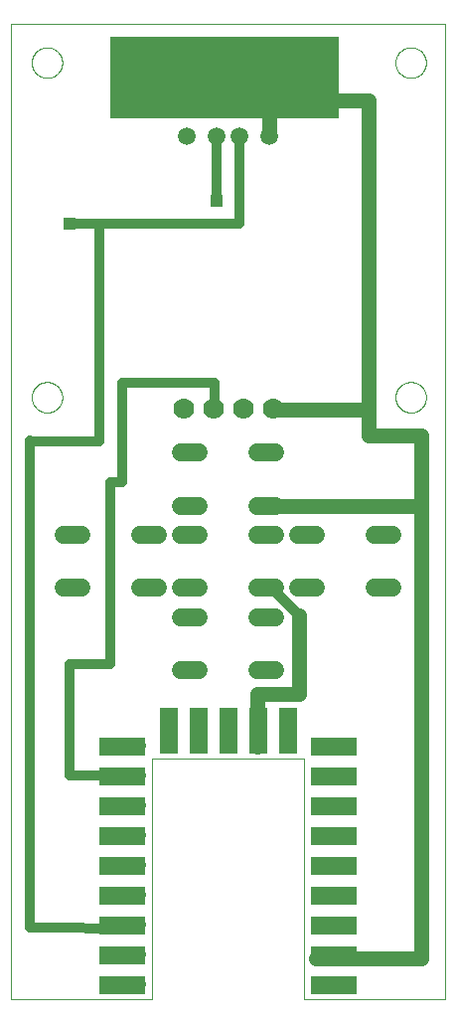
<source format=gtl>
G75*
%MOIN*%
%OFA0B0*%
%FSLAX25Y25*%
%IPPOS*%
%LPD*%
%AMOC8*
5,1,8,0,0,1.08239X$1,22.5*
%
%ADD10C,0.00000*%
%ADD11R,0.15748X0.05906*%
%ADD12R,0.05906X0.15748*%
%ADD13R,0.76772X0.27559*%
%ADD14C,0.06000*%
%ADD15C,0.05937*%
%ADD16C,0.05000*%
%ADD17C,0.05000*%
%ADD18C,0.03200*%
%ADD19R,0.03962X0.03962*%
%ADD20C,0.07000*%
D10*
X0001000Y0006757D02*
X0048244Y0006757D01*
X0048244Y0087309D01*
X0099425Y0087309D01*
X0099425Y0006757D01*
X0146669Y0006757D01*
X0146669Y0333608D01*
X0001000Y0333608D01*
X0001000Y0006757D01*
X0048244Y0006600D02*
X0048244Y0006757D01*
X0099425Y0006757D02*
X0099425Y0006600D01*
X0130060Y0208547D02*
X0130062Y0208690D01*
X0130068Y0208833D01*
X0130078Y0208975D01*
X0130092Y0209117D01*
X0130110Y0209259D01*
X0130132Y0209401D01*
X0130157Y0209541D01*
X0130187Y0209681D01*
X0130221Y0209820D01*
X0130258Y0209958D01*
X0130300Y0210095D01*
X0130345Y0210230D01*
X0130394Y0210364D01*
X0130446Y0210497D01*
X0130502Y0210629D01*
X0130562Y0210758D01*
X0130626Y0210886D01*
X0130693Y0211013D01*
X0130764Y0211137D01*
X0130838Y0211259D01*
X0130915Y0211379D01*
X0130996Y0211497D01*
X0131080Y0211613D01*
X0131167Y0211726D01*
X0131257Y0211837D01*
X0131351Y0211945D01*
X0131447Y0212051D01*
X0131546Y0212153D01*
X0131649Y0212253D01*
X0131753Y0212350D01*
X0131861Y0212445D01*
X0131971Y0212536D01*
X0132084Y0212624D01*
X0132199Y0212708D01*
X0132316Y0212790D01*
X0132436Y0212868D01*
X0132557Y0212943D01*
X0132681Y0213015D01*
X0132807Y0213083D01*
X0132934Y0213147D01*
X0133064Y0213208D01*
X0133195Y0213265D01*
X0133327Y0213319D01*
X0133461Y0213368D01*
X0133596Y0213415D01*
X0133733Y0213457D01*
X0133871Y0213495D01*
X0134009Y0213530D01*
X0134149Y0213560D01*
X0134289Y0213587D01*
X0134430Y0213610D01*
X0134572Y0213629D01*
X0134714Y0213644D01*
X0134857Y0213655D01*
X0134999Y0213662D01*
X0135142Y0213665D01*
X0135285Y0213664D01*
X0135428Y0213659D01*
X0135571Y0213650D01*
X0135713Y0213637D01*
X0135855Y0213620D01*
X0135996Y0213599D01*
X0136137Y0213574D01*
X0136277Y0213546D01*
X0136416Y0213513D01*
X0136554Y0213476D01*
X0136691Y0213436D01*
X0136827Y0213392D01*
X0136962Y0213344D01*
X0137095Y0213292D01*
X0137227Y0213237D01*
X0137357Y0213178D01*
X0137486Y0213115D01*
X0137612Y0213049D01*
X0137737Y0212979D01*
X0137860Y0212906D01*
X0137980Y0212830D01*
X0138099Y0212750D01*
X0138215Y0212666D01*
X0138329Y0212580D01*
X0138440Y0212490D01*
X0138549Y0212398D01*
X0138655Y0212302D01*
X0138759Y0212204D01*
X0138860Y0212102D01*
X0138957Y0211998D01*
X0139052Y0211891D01*
X0139144Y0211782D01*
X0139233Y0211670D01*
X0139319Y0211555D01*
X0139401Y0211439D01*
X0139480Y0211319D01*
X0139556Y0211198D01*
X0139628Y0211075D01*
X0139697Y0210950D01*
X0139762Y0210823D01*
X0139824Y0210694D01*
X0139882Y0210563D01*
X0139937Y0210431D01*
X0139987Y0210297D01*
X0140034Y0210162D01*
X0140078Y0210026D01*
X0140117Y0209889D01*
X0140152Y0209750D01*
X0140184Y0209611D01*
X0140212Y0209471D01*
X0140236Y0209330D01*
X0140256Y0209188D01*
X0140272Y0209046D01*
X0140284Y0208904D01*
X0140292Y0208761D01*
X0140296Y0208618D01*
X0140296Y0208476D01*
X0140292Y0208333D01*
X0140284Y0208190D01*
X0140272Y0208048D01*
X0140256Y0207906D01*
X0140236Y0207764D01*
X0140212Y0207623D01*
X0140184Y0207483D01*
X0140152Y0207344D01*
X0140117Y0207205D01*
X0140078Y0207068D01*
X0140034Y0206932D01*
X0139987Y0206797D01*
X0139937Y0206663D01*
X0139882Y0206531D01*
X0139824Y0206400D01*
X0139762Y0206271D01*
X0139697Y0206144D01*
X0139628Y0206019D01*
X0139556Y0205896D01*
X0139480Y0205775D01*
X0139401Y0205655D01*
X0139319Y0205539D01*
X0139233Y0205424D01*
X0139144Y0205312D01*
X0139052Y0205203D01*
X0138957Y0205096D01*
X0138860Y0204992D01*
X0138759Y0204890D01*
X0138655Y0204792D01*
X0138549Y0204696D01*
X0138440Y0204604D01*
X0138329Y0204514D01*
X0138215Y0204428D01*
X0138099Y0204344D01*
X0137980Y0204264D01*
X0137860Y0204188D01*
X0137737Y0204115D01*
X0137612Y0204045D01*
X0137486Y0203979D01*
X0137357Y0203916D01*
X0137227Y0203857D01*
X0137095Y0203802D01*
X0136962Y0203750D01*
X0136827Y0203702D01*
X0136691Y0203658D01*
X0136554Y0203618D01*
X0136416Y0203581D01*
X0136277Y0203548D01*
X0136137Y0203520D01*
X0135996Y0203495D01*
X0135855Y0203474D01*
X0135713Y0203457D01*
X0135571Y0203444D01*
X0135428Y0203435D01*
X0135285Y0203430D01*
X0135142Y0203429D01*
X0134999Y0203432D01*
X0134857Y0203439D01*
X0134714Y0203450D01*
X0134572Y0203465D01*
X0134430Y0203484D01*
X0134289Y0203507D01*
X0134149Y0203534D01*
X0134009Y0203564D01*
X0133871Y0203599D01*
X0133733Y0203637D01*
X0133596Y0203679D01*
X0133461Y0203726D01*
X0133327Y0203775D01*
X0133195Y0203829D01*
X0133064Y0203886D01*
X0132934Y0203947D01*
X0132807Y0204011D01*
X0132681Y0204079D01*
X0132557Y0204151D01*
X0132436Y0204226D01*
X0132316Y0204304D01*
X0132199Y0204386D01*
X0132084Y0204470D01*
X0131971Y0204558D01*
X0131861Y0204649D01*
X0131753Y0204744D01*
X0131649Y0204841D01*
X0131546Y0204941D01*
X0131447Y0205043D01*
X0131351Y0205149D01*
X0131257Y0205257D01*
X0131167Y0205368D01*
X0131080Y0205481D01*
X0130996Y0205597D01*
X0130915Y0205715D01*
X0130838Y0205835D01*
X0130764Y0205957D01*
X0130693Y0206081D01*
X0130626Y0206208D01*
X0130562Y0206336D01*
X0130502Y0206465D01*
X0130446Y0206597D01*
X0130394Y0206730D01*
X0130345Y0206864D01*
X0130300Y0206999D01*
X0130258Y0207136D01*
X0130221Y0207274D01*
X0130187Y0207413D01*
X0130157Y0207553D01*
X0130132Y0207693D01*
X0130110Y0207835D01*
X0130092Y0207977D01*
X0130078Y0208119D01*
X0130068Y0208261D01*
X0130062Y0208404D01*
X0130060Y0208547D01*
X0095173Y0306837D02*
X0095175Y0306971D01*
X0095181Y0307105D01*
X0095191Y0307239D01*
X0095205Y0307373D01*
X0095223Y0307506D01*
X0095244Y0307638D01*
X0095270Y0307770D01*
X0095300Y0307901D01*
X0095333Y0308031D01*
X0095370Y0308159D01*
X0095412Y0308287D01*
X0095456Y0308414D01*
X0095505Y0308539D01*
X0095557Y0308662D01*
X0095613Y0308784D01*
X0095673Y0308905D01*
X0095736Y0309023D01*
X0095802Y0309140D01*
X0095872Y0309254D01*
X0095945Y0309367D01*
X0096022Y0309477D01*
X0096102Y0309585D01*
X0096185Y0309690D01*
X0096271Y0309793D01*
X0096360Y0309893D01*
X0096452Y0309991D01*
X0096547Y0310086D01*
X0096645Y0310178D01*
X0096745Y0310267D01*
X0096848Y0310353D01*
X0096953Y0310436D01*
X0097061Y0310516D01*
X0097171Y0310593D01*
X0097284Y0310666D01*
X0097398Y0310736D01*
X0097515Y0310802D01*
X0097633Y0310865D01*
X0097754Y0310925D01*
X0097876Y0310981D01*
X0097999Y0311033D01*
X0098124Y0311082D01*
X0098251Y0311126D01*
X0098379Y0311168D01*
X0098507Y0311205D01*
X0098637Y0311238D01*
X0098768Y0311268D01*
X0098900Y0311294D01*
X0099032Y0311315D01*
X0099165Y0311333D01*
X0099299Y0311347D01*
X0099433Y0311357D01*
X0099567Y0311363D01*
X0099701Y0311365D01*
X0099835Y0311363D01*
X0099969Y0311357D01*
X0100103Y0311347D01*
X0100237Y0311333D01*
X0100370Y0311315D01*
X0100502Y0311294D01*
X0100634Y0311268D01*
X0100765Y0311238D01*
X0100895Y0311205D01*
X0101023Y0311168D01*
X0101151Y0311126D01*
X0101278Y0311082D01*
X0101403Y0311033D01*
X0101526Y0310981D01*
X0101648Y0310925D01*
X0101769Y0310865D01*
X0101887Y0310802D01*
X0102004Y0310736D01*
X0102118Y0310666D01*
X0102231Y0310593D01*
X0102341Y0310516D01*
X0102449Y0310436D01*
X0102554Y0310353D01*
X0102657Y0310267D01*
X0102757Y0310178D01*
X0102855Y0310086D01*
X0102950Y0309991D01*
X0103042Y0309893D01*
X0103131Y0309793D01*
X0103217Y0309690D01*
X0103300Y0309585D01*
X0103380Y0309477D01*
X0103457Y0309367D01*
X0103530Y0309254D01*
X0103600Y0309140D01*
X0103666Y0309023D01*
X0103729Y0308905D01*
X0103789Y0308784D01*
X0103845Y0308662D01*
X0103897Y0308539D01*
X0103946Y0308414D01*
X0103990Y0308287D01*
X0104032Y0308159D01*
X0104069Y0308031D01*
X0104102Y0307901D01*
X0104132Y0307770D01*
X0104158Y0307638D01*
X0104179Y0307506D01*
X0104197Y0307373D01*
X0104211Y0307239D01*
X0104221Y0307105D01*
X0104227Y0306971D01*
X0104229Y0306837D01*
X0104227Y0306703D01*
X0104221Y0306569D01*
X0104211Y0306435D01*
X0104197Y0306301D01*
X0104179Y0306168D01*
X0104158Y0306036D01*
X0104132Y0305904D01*
X0104102Y0305773D01*
X0104069Y0305643D01*
X0104032Y0305515D01*
X0103990Y0305387D01*
X0103946Y0305260D01*
X0103897Y0305135D01*
X0103845Y0305012D01*
X0103789Y0304890D01*
X0103729Y0304769D01*
X0103666Y0304651D01*
X0103600Y0304534D01*
X0103530Y0304420D01*
X0103457Y0304307D01*
X0103380Y0304197D01*
X0103300Y0304089D01*
X0103217Y0303984D01*
X0103131Y0303881D01*
X0103042Y0303781D01*
X0102950Y0303683D01*
X0102855Y0303588D01*
X0102757Y0303496D01*
X0102657Y0303407D01*
X0102554Y0303321D01*
X0102449Y0303238D01*
X0102341Y0303158D01*
X0102231Y0303081D01*
X0102118Y0303008D01*
X0102004Y0302938D01*
X0101887Y0302872D01*
X0101769Y0302809D01*
X0101648Y0302749D01*
X0101526Y0302693D01*
X0101403Y0302641D01*
X0101278Y0302592D01*
X0101151Y0302548D01*
X0101023Y0302506D01*
X0100895Y0302469D01*
X0100765Y0302436D01*
X0100634Y0302406D01*
X0100502Y0302380D01*
X0100370Y0302359D01*
X0100237Y0302341D01*
X0100103Y0302327D01*
X0099969Y0302317D01*
X0099835Y0302311D01*
X0099701Y0302309D01*
X0099567Y0302311D01*
X0099433Y0302317D01*
X0099299Y0302327D01*
X0099165Y0302341D01*
X0099032Y0302359D01*
X0098900Y0302380D01*
X0098768Y0302406D01*
X0098637Y0302436D01*
X0098507Y0302469D01*
X0098379Y0302506D01*
X0098251Y0302548D01*
X0098124Y0302592D01*
X0097999Y0302641D01*
X0097876Y0302693D01*
X0097754Y0302749D01*
X0097633Y0302809D01*
X0097515Y0302872D01*
X0097398Y0302938D01*
X0097284Y0303008D01*
X0097171Y0303081D01*
X0097061Y0303158D01*
X0096953Y0303238D01*
X0096848Y0303321D01*
X0096745Y0303407D01*
X0096645Y0303496D01*
X0096547Y0303588D01*
X0096452Y0303683D01*
X0096360Y0303781D01*
X0096271Y0303881D01*
X0096185Y0303984D01*
X0096102Y0304089D01*
X0096022Y0304197D01*
X0095945Y0304307D01*
X0095872Y0304420D01*
X0095802Y0304534D01*
X0095736Y0304651D01*
X0095673Y0304769D01*
X0095613Y0304890D01*
X0095557Y0305012D01*
X0095505Y0305135D01*
X0095456Y0305260D01*
X0095412Y0305387D01*
X0095370Y0305515D01*
X0095333Y0305643D01*
X0095300Y0305773D01*
X0095270Y0305904D01*
X0095244Y0306036D01*
X0095223Y0306168D01*
X0095205Y0306301D01*
X0095191Y0306435D01*
X0095181Y0306569D01*
X0095175Y0306703D01*
X0095173Y0306837D01*
X0130060Y0320752D02*
X0130062Y0320895D01*
X0130068Y0321038D01*
X0130078Y0321180D01*
X0130092Y0321322D01*
X0130110Y0321464D01*
X0130132Y0321606D01*
X0130157Y0321746D01*
X0130187Y0321886D01*
X0130221Y0322025D01*
X0130258Y0322163D01*
X0130300Y0322300D01*
X0130345Y0322435D01*
X0130394Y0322569D01*
X0130446Y0322702D01*
X0130502Y0322834D01*
X0130562Y0322963D01*
X0130626Y0323091D01*
X0130693Y0323218D01*
X0130764Y0323342D01*
X0130838Y0323464D01*
X0130915Y0323584D01*
X0130996Y0323702D01*
X0131080Y0323818D01*
X0131167Y0323931D01*
X0131257Y0324042D01*
X0131351Y0324150D01*
X0131447Y0324256D01*
X0131546Y0324358D01*
X0131649Y0324458D01*
X0131753Y0324555D01*
X0131861Y0324650D01*
X0131971Y0324741D01*
X0132084Y0324829D01*
X0132199Y0324913D01*
X0132316Y0324995D01*
X0132436Y0325073D01*
X0132557Y0325148D01*
X0132681Y0325220D01*
X0132807Y0325288D01*
X0132934Y0325352D01*
X0133064Y0325413D01*
X0133195Y0325470D01*
X0133327Y0325524D01*
X0133461Y0325573D01*
X0133596Y0325620D01*
X0133733Y0325662D01*
X0133871Y0325700D01*
X0134009Y0325735D01*
X0134149Y0325765D01*
X0134289Y0325792D01*
X0134430Y0325815D01*
X0134572Y0325834D01*
X0134714Y0325849D01*
X0134857Y0325860D01*
X0134999Y0325867D01*
X0135142Y0325870D01*
X0135285Y0325869D01*
X0135428Y0325864D01*
X0135571Y0325855D01*
X0135713Y0325842D01*
X0135855Y0325825D01*
X0135996Y0325804D01*
X0136137Y0325779D01*
X0136277Y0325751D01*
X0136416Y0325718D01*
X0136554Y0325681D01*
X0136691Y0325641D01*
X0136827Y0325597D01*
X0136962Y0325549D01*
X0137095Y0325497D01*
X0137227Y0325442D01*
X0137357Y0325383D01*
X0137486Y0325320D01*
X0137612Y0325254D01*
X0137737Y0325184D01*
X0137860Y0325111D01*
X0137980Y0325035D01*
X0138099Y0324955D01*
X0138215Y0324871D01*
X0138329Y0324785D01*
X0138440Y0324695D01*
X0138549Y0324603D01*
X0138655Y0324507D01*
X0138759Y0324409D01*
X0138860Y0324307D01*
X0138957Y0324203D01*
X0139052Y0324096D01*
X0139144Y0323987D01*
X0139233Y0323875D01*
X0139319Y0323760D01*
X0139401Y0323644D01*
X0139480Y0323524D01*
X0139556Y0323403D01*
X0139628Y0323280D01*
X0139697Y0323155D01*
X0139762Y0323028D01*
X0139824Y0322899D01*
X0139882Y0322768D01*
X0139937Y0322636D01*
X0139987Y0322502D01*
X0140034Y0322367D01*
X0140078Y0322231D01*
X0140117Y0322094D01*
X0140152Y0321955D01*
X0140184Y0321816D01*
X0140212Y0321676D01*
X0140236Y0321535D01*
X0140256Y0321393D01*
X0140272Y0321251D01*
X0140284Y0321109D01*
X0140292Y0320966D01*
X0140296Y0320823D01*
X0140296Y0320681D01*
X0140292Y0320538D01*
X0140284Y0320395D01*
X0140272Y0320253D01*
X0140256Y0320111D01*
X0140236Y0319969D01*
X0140212Y0319828D01*
X0140184Y0319688D01*
X0140152Y0319549D01*
X0140117Y0319410D01*
X0140078Y0319273D01*
X0140034Y0319137D01*
X0139987Y0319002D01*
X0139937Y0318868D01*
X0139882Y0318736D01*
X0139824Y0318605D01*
X0139762Y0318476D01*
X0139697Y0318349D01*
X0139628Y0318224D01*
X0139556Y0318101D01*
X0139480Y0317980D01*
X0139401Y0317860D01*
X0139319Y0317744D01*
X0139233Y0317629D01*
X0139144Y0317517D01*
X0139052Y0317408D01*
X0138957Y0317301D01*
X0138860Y0317197D01*
X0138759Y0317095D01*
X0138655Y0316997D01*
X0138549Y0316901D01*
X0138440Y0316809D01*
X0138329Y0316719D01*
X0138215Y0316633D01*
X0138099Y0316549D01*
X0137980Y0316469D01*
X0137860Y0316393D01*
X0137737Y0316320D01*
X0137612Y0316250D01*
X0137486Y0316184D01*
X0137357Y0316121D01*
X0137227Y0316062D01*
X0137095Y0316007D01*
X0136962Y0315955D01*
X0136827Y0315907D01*
X0136691Y0315863D01*
X0136554Y0315823D01*
X0136416Y0315786D01*
X0136277Y0315753D01*
X0136137Y0315725D01*
X0135996Y0315700D01*
X0135855Y0315679D01*
X0135713Y0315662D01*
X0135571Y0315649D01*
X0135428Y0315640D01*
X0135285Y0315635D01*
X0135142Y0315634D01*
X0134999Y0315637D01*
X0134857Y0315644D01*
X0134714Y0315655D01*
X0134572Y0315670D01*
X0134430Y0315689D01*
X0134289Y0315712D01*
X0134149Y0315739D01*
X0134009Y0315769D01*
X0133871Y0315804D01*
X0133733Y0315842D01*
X0133596Y0315884D01*
X0133461Y0315931D01*
X0133327Y0315980D01*
X0133195Y0316034D01*
X0133064Y0316091D01*
X0132934Y0316152D01*
X0132807Y0316216D01*
X0132681Y0316284D01*
X0132557Y0316356D01*
X0132436Y0316431D01*
X0132316Y0316509D01*
X0132199Y0316591D01*
X0132084Y0316675D01*
X0131971Y0316763D01*
X0131861Y0316854D01*
X0131753Y0316949D01*
X0131649Y0317046D01*
X0131546Y0317146D01*
X0131447Y0317248D01*
X0131351Y0317354D01*
X0131257Y0317462D01*
X0131167Y0317573D01*
X0131080Y0317686D01*
X0130996Y0317802D01*
X0130915Y0317920D01*
X0130838Y0318040D01*
X0130764Y0318162D01*
X0130693Y0318286D01*
X0130626Y0318413D01*
X0130562Y0318541D01*
X0130502Y0318670D01*
X0130446Y0318802D01*
X0130394Y0318935D01*
X0130345Y0319069D01*
X0130300Y0319204D01*
X0130258Y0319341D01*
X0130221Y0319479D01*
X0130187Y0319618D01*
X0130157Y0319758D01*
X0130132Y0319898D01*
X0130110Y0320040D01*
X0130092Y0320182D01*
X0130078Y0320324D01*
X0130068Y0320466D01*
X0130062Y0320609D01*
X0130060Y0320752D01*
X0043441Y0306837D02*
X0043443Y0306971D01*
X0043449Y0307105D01*
X0043459Y0307239D01*
X0043473Y0307373D01*
X0043491Y0307506D01*
X0043512Y0307638D01*
X0043538Y0307770D01*
X0043568Y0307901D01*
X0043601Y0308031D01*
X0043638Y0308159D01*
X0043680Y0308287D01*
X0043724Y0308414D01*
X0043773Y0308539D01*
X0043825Y0308662D01*
X0043881Y0308784D01*
X0043941Y0308905D01*
X0044004Y0309023D01*
X0044070Y0309140D01*
X0044140Y0309254D01*
X0044213Y0309367D01*
X0044290Y0309477D01*
X0044370Y0309585D01*
X0044453Y0309690D01*
X0044539Y0309793D01*
X0044628Y0309893D01*
X0044720Y0309991D01*
X0044815Y0310086D01*
X0044913Y0310178D01*
X0045013Y0310267D01*
X0045116Y0310353D01*
X0045221Y0310436D01*
X0045329Y0310516D01*
X0045439Y0310593D01*
X0045552Y0310666D01*
X0045666Y0310736D01*
X0045783Y0310802D01*
X0045901Y0310865D01*
X0046022Y0310925D01*
X0046144Y0310981D01*
X0046267Y0311033D01*
X0046392Y0311082D01*
X0046519Y0311126D01*
X0046647Y0311168D01*
X0046775Y0311205D01*
X0046905Y0311238D01*
X0047036Y0311268D01*
X0047168Y0311294D01*
X0047300Y0311315D01*
X0047433Y0311333D01*
X0047567Y0311347D01*
X0047701Y0311357D01*
X0047835Y0311363D01*
X0047969Y0311365D01*
X0048103Y0311363D01*
X0048237Y0311357D01*
X0048371Y0311347D01*
X0048505Y0311333D01*
X0048638Y0311315D01*
X0048770Y0311294D01*
X0048902Y0311268D01*
X0049033Y0311238D01*
X0049163Y0311205D01*
X0049291Y0311168D01*
X0049419Y0311126D01*
X0049546Y0311082D01*
X0049671Y0311033D01*
X0049794Y0310981D01*
X0049916Y0310925D01*
X0050037Y0310865D01*
X0050155Y0310802D01*
X0050272Y0310736D01*
X0050386Y0310666D01*
X0050499Y0310593D01*
X0050609Y0310516D01*
X0050717Y0310436D01*
X0050822Y0310353D01*
X0050925Y0310267D01*
X0051025Y0310178D01*
X0051123Y0310086D01*
X0051218Y0309991D01*
X0051310Y0309893D01*
X0051399Y0309793D01*
X0051485Y0309690D01*
X0051568Y0309585D01*
X0051648Y0309477D01*
X0051725Y0309367D01*
X0051798Y0309254D01*
X0051868Y0309140D01*
X0051934Y0309023D01*
X0051997Y0308905D01*
X0052057Y0308784D01*
X0052113Y0308662D01*
X0052165Y0308539D01*
X0052214Y0308414D01*
X0052258Y0308287D01*
X0052300Y0308159D01*
X0052337Y0308031D01*
X0052370Y0307901D01*
X0052400Y0307770D01*
X0052426Y0307638D01*
X0052447Y0307506D01*
X0052465Y0307373D01*
X0052479Y0307239D01*
X0052489Y0307105D01*
X0052495Y0306971D01*
X0052497Y0306837D01*
X0052495Y0306703D01*
X0052489Y0306569D01*
X0052479Y0306435D01*
X0052465Y0306301D01*
X0052447Y0306168D01*
X0052426Y0306036D01*
X0052400Y0305904D01*
X0052370Y0305773D01*
X0052337Y0305643D01*
X0052300Y0305515D01*
X0052258Y0305387D01*
X0052214Y0305260D01*
X0052165Y0305135D01*
X0052113Y0305012D01*
X0052057Y0304890D01*
X0051997Y0304769D01*
X0051934Y0304651D01*
X0051868Y0304534D01*
X0051798Y0304420D01*
X0051725Y0304307D01*
X0051648Y0304197D01*
X0051568Y0304089D01*
X0051485Y0303984D01*
X0051399Y0303881D01*
X0051310Y0303781D01*
X0051218Y0303683D01*
X0051123Y0303588D01*
X0051025Y0303496D01*
X0050925Y0303407D01*
X0050822Y0303321D01*
X0050717Y0303238D01*
X0050609Y0303158D01*
X0050499Y0303081D01*
X0050386Y0303008D01*
X0050272Y0302938D01*
X0050155Y0302872D01*
X0050037Y0302809D01*
X0049916Y0302749D01*
X0049794Y0302693D01*
X0049671Y0302641D01*
X0049546Y0302592D01*
X0049419Y0302548D01*
X0049291Y0302506D01*
X0049163Y0302469D01*
X0049033Y0302436D01*
X0048902Y0302406D01*
X0048770Y0302380D01*
X0048638Y0302359D01*
X0048505Y0302341D01*
X0048371Y0302327D01*
X0048237Y0302317D01*
X0048103Y0302311D01*
X0047969Y0302309D01*
X0047835Y0302311D01*
X0047701Y0302317D01*
X0047567Y0302327D01*
X0047433Y0302341D01*
X0047300Y0302359D01*
X0047168Y0302380D01*
X0047036Y0302406D01*
X0046905Y0302436D01*
X0046775Y0302469D01*
X0046647Y0302506D01*
X0046519Y0302548D01*
X0046392Y0302592D01*
X0046267Y0302641D01*
X0046144Y0302693D01*
X0046022Y0302749D01*
X0045901Y0302809D01*
X0045783Y0302872D01*
X0045666Y0302938D01*
X0045552Y0303008D01*
X0045439Y0303081D01*
X0045329Y0303158D01*
X0045221Y0303238D01*
X0045116Y0303321D01*
X0045013Y0303407D01*
X0044913Y0303496D01*
X0044815Y0303588D01*
X0044720Y0303683D01*
X0044628Y0303781D01*
X0044539Y0303881D01*
X0044453Y0303984D01*
X0044370Y0304089D01*
X0044290Y0304197D01*
X0044213Y0304307D01*
X0044140Y0304420D01*
X0044070Y0304534D01*
X0044004Y0304651D01*
X0043941Y0304769D01*
X0043881Y0304890D01*
X0043825Y0305012D01*
X0043773Y0305135D01*
X0043724Y0305260D01*
X0043680Y0305387D01*
X0043638Y0305515D01*
X0043601Y0305643D01*
X0043568Y0305773D01*
X0043538Y0305904D01*
X0043512Y0306036D01*
X0043491Y0306168D01*
X0043473Y0306301D01*
X0043459Y0306435D01*
X0043449Y0306569D01*
X0043443Y0306703D01*
X0043441Y0306837D01*
X0008013Y0320752D02*
X0008015Y0320895D01*
X0008021Y0321038D01*
X0008031Y0321180D01*
X0008045Y0321322D01*
X0008063Y0321464D01*
X0008085Y0321606D01*
X0008110Y0321746D01*
X0008140Y0321886D01*
X0008174Y0322025D01*
X0008211Y0322163D01*
X0008253Y0322300D01*
X0008298Y0322435D01*
X0008347Y0322569D01*
X0008399Y0322702D01*
X0008455Y0322834D01*
X0008515Y0322963D01*
X0008579Y0323091D01*
X0008646Y0323218D01*
X0008717Y0323342D01*
X0008791Y0323464D01*
X0008868Y0323584D01*
X0008949Y0323702D01*
X0009033Y0323818D01*
X0009120Y0323931D01*
X0009210Y0324042D01*
X0009304Y0324150D01*
X0009400Y0324256D01*
X0009499Y0324358D01*
X0009602Y0324458D01*
X0009706Y0324555D01*
X0009814Y0324650D01*
X0009924Y0324741D01*
X0010037Y0324829D01*
X0010152Y0324913D01*
X0010269Y0324995D01*
X0010389Y0325073D01*
X0010510Y0325148D01*
X0010634Y0325220D01*
X0010760Y0325288D01*
X0010887Y0325352D01*
X0011017Y0325413D01*
X0011148Y0325470D01*
X0011280Y0325524D01*
X0011414Y0325573D01*
X0011549Y0325620D01*
X0011686Y0325662D01*
X0011824Y0325700D01*
X0011962Y0325735D01*
X0012102Y0325765D01*
X0012242Y0325792D01*
X0012383Y0325815D01*
X0012525Y0325834D01*
X0012667Y0325849D01*
X0012810Y0325860D01*
X0012952Y0325867D01*
X0013095Y0325870D01*
X0013238Y0325869D01*
X0013381Y0325864D01*
X0013524Y0325855D01*
X0013666Y0325842D01*
X0013808Y0325825D01*
X0013949Y0325804D01*
X0014090Y0325779D01*
X0014230Y0325751D01*
X0014369Y0325718D01*
X0014507Y0325681D01*
X0014644Y0325641D01*
X0014780Y0325597D01*
X0014915Y0325549D01*
X0015048Y0325497D01*
X0015180Y0325442D01*
X0015310Y0325383D01*
X0015439Y0325320D01*
X0015565Y0325254D01*
X0015690Y0325184D01*
X0015813Y0325111D01*
X0015933Y0325035D01*
X0016052Y0324955D01*
X0016168Y0324871D01*
X0016282Y0324785D01*
X0016393Y0324695D01*
X0016502Y0324603D01*
X0016608Y0324507D01*
X0016712Y0324409D01*
X0016813Y0324307D01*
X0016910Y0324203D01*
X0017005Y0324096D01*
X0017097Y0323987D01*
X0017186Y0323875D01*
X0017272Y0323760D01*
X0017354Y0323644D01*
X0017433Y0323524D01*
X0017509Y0323403D01*
X0017581Y0323280D01*
X0017650Y0323155D01*
X0017715Y0323028D01*
X0017777Y0322899D01*
X0017835Y0322768D01*
X0017890Y0322636D01*
X0017940Y0322502D01*
X0017987Y0322367D01*
X0018031Y0322231D01*
X0018070Y0322094D01*
X0018105Y0321955D01*
X0018137Y0321816D01*
X0018165Y0321676D01*
X0018189Y0321535D01*
X0018209Y0321393D01*
X0018225Y0321251D01*
X0018237Y0321109D01*
X0018245Y0320966D01*
X0018249Y0320823D01*
X0018249Y0320681D01*
X0018245Y0320538D01*
X0018237Y0320395D01*
X0018225Y0320253D01*
X0018209Y0320111D01*
X0018189Y0319969D01*
X0018165Y0319828D01*
X0018137Y0319688D01*
X0018105Y0319549D01*
X0018070Y0319410D01*
X0018031Y0319273D01*
X0017987Y0319137D01*
X0017940Y0319002D01*
X0017890Y0318868D01*
X0017835Y0318736D01*
X0017777Y0318605D01*
X0017715Y0318476D01*
X0017650Y0318349D01*
X0017581Y0318224D01*
X0017509Y0318101D01*
X0017433Y0317980D01*
X0017354Y0317860D01*
X0017272Y0317744D01*
X0017186Y0317629D01*
X0017097Y0317517D01*
X0017005Y0317408D01*
X0016910Y0317301D01*
X0016813Y0317197D01*
X0016712Y0317095D01*
X0016608Y0316997D01*
X0016502Y0316901D01*
X0016393Y0316809D01*
X0016282Y0316719D01*
X0016168Y0316633D01*
X0016052Y0316549D01*
X0015933Y0316469D01*
X0015813Y0316393D01*
X0015690Y0316320D01*
X0015565Y0316250D01*
X0015439Y0316184D01*
X0015310Y0316121D01*
X0015180Y0316062D01*
X0015048Y0316007D01*
X0014915Y0315955D01*
X0014780Y0315907D01*
X0014644Y0315863D01*
X0014507Y0315823D01*
X0014369Y0315786D01*
X0014230Y0315753D01*
X0014090Y0315725D01*
X0013949Y0315700D01*
X0013808Y0315679D01*
X0013666Y0315662D01*
X0013524Y0315649D01*
X0013381Y0315640D01*
X0013238Y0315635D01*
X0013095Y0315634D01*
X0012952Y0315637D01*
X0012810Y0315644D01*
X0012667Y0315655D01*
X0012525Y0315670D01*
X0012383Y0315689D01*
X0012242Y0315712D01*
X0012102Y0315739D01*
X0011962Y0315769D01*
X0011824Y0315804D01*
X0011686Y0315842D01*
X0011549Y0315884D01*
X0011414Y0315931D01*
X0011280Y0315980D01*
X0011148Y0316034D01*
X0011017Y0316091D01*
X0010887Y0316152D01*
X0010760Y0316216D01*
X0010634Y0316284D01*
X0010510Y0316356D01*
X0010389Y0316431D01*
X0010269Y0316509D01*
X0010152Y0316591D01*
X0010037Y0316675D01*
X0009924Y0316763D01*
X0009814Y0316854D01*
X0009706Y0316949D01*
X0009602Y0317046D01*
X0009499Y0317146D01*
X0009400Y0317248D01*
X0009304Y0317354D01*
X0009210Y0317462D01*
X0009120Y0317573D01*
X0009033Y0317686D01*
X0008949Y0317802D01*
X0008868Y0317920D01*
X0008791Y0318040D01*
X0008717Y0318162D01*
X0008646Y0318286D01*
X0008579Y0318413D01*
X0008515Y0318541D01*
X0008455Y0318670D01*
X0008399Y0318802D01*
X0008347Y0318935D01*
X0008298Y0319069D01*
X0008253Y0319204D01*
X0008211Y0319341D01*
X0008174Y0319479D01*
X0008140Y0319618D01*
X0008110Y0319758D01*
X0008085Y0319898D01*
X0008063Y0320040D01*
X0008045Y0320182D01*
X0008031Y0320324D01*
X0008021Y0320466D01*
X0008015Y0320609D01*
X0008013Y0320752D01*
X0008013Y0208547D02*
X0008015Y0208690D01*
X0008021Y0208833D01*
X0008031Y0208975D01*
X0008045Y0209117D01*
X0008063Y0209259D01*
X0008085Y0209401D01*
X0008110Y0209541D01*
X0008140Y0209681D01*
X0008174Y0209820D01*
X0008211Y0209958D01*
X0008253Y0210095D01*
X0008298Y0210230D01*
X0008347Y0210364D01*
X0008399Y0210497D01*
X0008455Y0210629D01*
X0008515Y0210758D01*
X0008579Y0210886D01*
X0008646Y0211013D01*
X0008717Y0211137D01*
X0008791Y0211259D01*
X0008868Y0211379D01*
X0008949Y0211497D01*
X0009033Y0211613D01*
X0009120Y0211726D01*
X0009210Y0211837D01*
X0009304Y0211945D01*
X0009400Y0212051D01*
X0009499Y0212153D01*
X0009602Y0212253D01*
X0009706Y0212350D01*
X0009814Y0212445D01*
X0009924Y0212536D01*
X0010037Y0212624D01*
X0010152Y0212708D01*
X0010269Y0212790D01*
X0010389Y0212868D01*
X0010510Y0212943D01*
X0010634Y0213015D01*
X0010760Y0213083D01*
X0010887Y0213147D01*
X0011017Y0213208D01*
X0011148Y0213265D01*
X0011280Y0213319D01*
X0011414Y0213368D01*
X0011549Y0213415D01*
X0011686Y0213457D01*
X0011824Y0213495D01*
X0011962Y0213530D01*
X0012102Y0213560D01*
X0012242Y0213587D01*
X0012383Y0213610D01*
X0012525Y0213629D01*
X0012667Y0213644D01*
X0012810Y0213655D01*
X0012952Y0213662D01*
X0013095Y0213665D01*
X0013238Y0213664D01*
X0013381Y0213659D01*
X0013524Y0213650D01*
X0013666Y0213637D01*
X0013808Y0213620D01*
X0013949Y0213599D01*
X0014090Y0213574D01*
X0014230Y0213546D01*
X0014369Y0213513D01*
X0014507Y0213476D01*
X0014644Y0213436D01*
X0014780Y0213392D01*
X0014915Y0213344D01*
X0015048Y0213292D01*
X0015180Y0213237D01*
X0015310Y0213178D01*
X0015439Y0213115D01*
X0015565Y0213049D01*
X0015690Y0212979D01*
X0015813Y0212906D01*
X0015933Y0212830D01*
X0016052Y0212750D01*
X0016168Y0212666D01*
X0016282Y0212580D01*
X0016393Y0212490D01*
X0016502Y0212398D01*
X0016608Y0212302D01*
X0016712Y0212204D01*
X0016813Y0212102D01*
X0016910Y0211998D01*
X0017005Y0211891D01*
X0017097Y0211782D01*
X0017186Y0211670D01*
X0017272Y0211555D01*
X0017354Y0211439D01*
X0017433Y0211319D01*
X0017509Y0211198D01*
X0017581Y0211075D01*
X0017650Y0210950D01*
X0017715Y0210823D01*
X0017777Y0210694D01*
X0017835Y0210563D01*
X0017890Y0210431D01*
X0017940Y0210297D01*
X0017987Y0210162D01*
X0018031Y0210026D01*
X0018070Y0209889D01*
X0018105Y0209750D01*
X0018137Y0209611D01*
X0018165Y0209471D01*
X0018189Y0209330D01*
X0018209Y0209188D01*
X0018225Y0209046D01*
X0018237Y0208904D01*
X0018245Y0208761D01*
X0018249Y0208618D01*
X0018249Y0208476D01*
X0018245Y0208333D01*
X0018237Y0208190D01*
X0018225Y0208048D01*
X0018209Y0207906D01*
X0018189Y0207764D01*
X0018165Y0207623D01*
X0018137Y0207483D01*
X0018105Y0207344D01*
X0018070Y0207205D01*
X0018031Y0207068D01*
X0017987Y0206932D01*
X0017940Y0206797D01*
X0017890Y0206663D01*
X0017835Y0206531D01*
X0017777Y0206400D01*
X0017715Y0206271D01*
X0017650Y0206144D01*
X0017581Y0206019D01*
X0017509Y0205896D01*
X0017433Y0205775D01*
X0017354Y0205655D01*
X0017272Y0205539D01*
X0017186Y0205424D01*
X0017097Y0205312D01*
X0017005Y0205203D01*
X0016910Y0205096D01*
X0016813Y0204992D01*
X0016712Y0204890D01*
X0016608Y0204792D01*
X0016502Y0204696D01*
X0016393Y0204604D01*
X0016282Y0204514D01*
X0016168Y0204428D01*
X0016052Y0204344D01*
X0015933Y0204264D01*
X0015813Y0204188D01*
X0015690Y0204115D01*
X0015565Y0204045D01*
X0015439Y0203979D01*
X0015310Y0203916D01*
X0015180Y0203857D01*
X0015048Y0203802D01*
X0014915Y0203750D01*
X0014780Y0203702D01*
X0014644Y0203658D01*
X0014507Y0203618D01*
X0014369Y0203581D01*
X0014230Y0203548D01*
X0014090Y0203520D01*
X0013949Y0203495D01*
X0013808Y0203474D01*
X0013666Y0203457D01*
X0013524Y0203444D01*
X0013381Y0203435D01*
X0013238Y0203430D01*
X0013095Y0203429D01*
X0012952Y0203432D01*
X0012810Y0203439D01*
X0012667Y0203450D01*
X0012525Y0203465D01*
X0012383Y0203484D01*
X0012242Y0203507D01*
X0012102Y0203534D01*
X0011962Y0203564D01*
X0011824Y0203599D01*
X0011686Y0203637D01*
X0011549Y0203679D01*
X0011414Y0203726D01*
X0011280Y0203775D01*
X0011148Y0203829D01*
X0011017Y0203886D01*
X0010887Y0203947D01*
X0010760Y0204011D01*
X0010634Y0204079D01*
X0010510Y0204151D01*
X0010389Y0204226D01*
X0010269Y0204304D01*
X0010152Y0204386D01*
X0010037Y0204470D01*
X0009924Y0204558D01*
X0009814Y0204649D01*
X0009706Y0204744D01*
X0009602Y0204841D01*
X0009499Y0204941D01*
X0009400Y0205043D01*
X0009304Y0205149D01*
X0009210Y0205257D01*
X0009120Y0205368D01*
X0009033Y0205481D01*
X0008949Y0205597D01*
X0008868Y0205715D01*
X0008791Y0205835D01*
X0008717Y0205957D01*
X0008646Y0206081D01*
X0008579Y0206208D01*
X0008515Y0206336D01*
X0008455Y0206465D01*
X0008399Y0206597D01*
X0008347Y0206730D01*
X0008298Y0206864D01*
X0008253Y0206999D01*
X0008211Y0207136D01*
X0008174Y0207274D01*
X0008140Y0207413D01*
X0008110Y0207553D01*
X0008085Y0207693D01*
X0008063Y0207835D01*
X0008045Y0207977D01*
X0008031Y0208119D01*
X0008021Y0208261D01*
X0008015Y0208404D01*
X0008013Y0208547D01*
D11*
X0038402Y0091521D03*
X0038402Y0081521D03*
X0038402Y0071521D03*
X0038402Y0061521D03*
X0038402Y0051521D03*
X0038402Y0041521D03*
X0038402Y0031521D03*
X0038402Y0021521D03*
X0038402Y0011521D03*
X0109268Y0011521D03*
X0109268Y0021521D03*
X0109268Y0031521D03*
X0109268Y0041521D03*
X0109268Y0051521D03*
X0109268Y0061521D03*
X0109268Y0071521D03*
X0109268Y0081521D03*
X0109268Y0091521D03*
D12*
X0094038Y0096806D03*
X0084038Y0096806D03*
X0084038Y0096806D03*
X0074038Y0096806D03*
X0074038Y0096806D03*
X0064038Y0096806D03*
X0064038Y0096806D03*
X0054038Y0096806D03*
X0054038Y0096806D03*
D13*
X0072850Y0315813D03*
D14*
X0064035Y0189949D02*
X0058035Y0189949D01*
X0058035Y0172149D02*
X0064035Y0172149D01*
X0064035Y0162390D02*
X0058035Y0162390D01*
X0050265Y0162390D02*
X0044265Y0162390D01*
X0044265Y0144590D02*
X0050265Y0144590D01*
X0058035Y0144590D02*
X0064035Y0144590D01*
X0064035Y0134831D02*
X0058035Y0134831D01*
X0058035Y0117031D02*
X0064035Y0117031D01*
X0083635Y0117031D02*
X0089635Y0117031D01*
X0089635Y0134831D02*
X0083635Y0134831D01*
X0083635Y0144590D02*
X0089635Y0144590D01*
X0097405Y0144590D02*
X0103405Y0144590D01*
X0103405Y0162390D02*
X0097405Y0162390D01*
X0089635Y0162390D02*
X0083635Y0162390D01*
X0083635Y0172149D02*
X0089635Y0172149D01*
X0089635Y0189949D02*
X0083635Y0189949D01*
X0123005Y0162390D02*
X0129005Y0162390D01*
X0129005Y0144590D02*
X0123005Y0144590D01*
X0024665Y0144590D02*
X0018665Y0144590D01*
X0018665Y0162390D02*
X0024665Y0162390D01*
D15*
X0060055Y0296167D03*
X0069898Y0296167D03*
X0077772Y0296167D03*
X0087615Y0296167D03*
D16*
X0084031Y0091600D03*
X0074031Y0091600D03*
X0064031Y0091600D03*
X0054031Y0091600D03*
X0044031Y0091600D03*
X0044031Y0081600D03*
X0044031Y0071600D03*
X0044031Y0061600D03*
X0044031Y0051600D03*
X0044031Y0041600D03*
X0044031Y0031600D03*
X0044031Y0021600D03*
X0044031Y0011600D03*
X0094031Y0091600D03*
X0104031Y0091600D03*
X0104031Y0081600D03*
X0104031Y0071600D03*
X0104031Y0061600D03*
X0104031Y0051600D03*
X0104031Y0041600D03*
X0104031Y0031600D03*
X0104031Y0021600D03*
X0104031Y0011600D03*
D17*
X0103362Y0020537D02*
X0138795Y0020537D01*
X0138795Y0172112D01*
X0087614Y0172112D01*
X0087614Y0144553D02*
X0085646Y0144553D01*
X0097747Y0135433D02*
X0097747Y0109120D01*
X0083677Y0109120D01*
X0083677Y0091403D01*
X0121079Y0195734D02*
X0121079Y0307939D01*
X0087614Y0307939D01*
X0087614Y0296128D01*
X0087614Y0307939D02*
X0046276Y0307939D01*
X0089082Y0204475D02*
X0120918Y0204475D01*
X0120918Y0204382D01*
X0121079Y0195734D02*
X0138795Y0195734D01*
X0138795Y0172112D01*
D18*
X0120981Y0203440D02*
X0120981Y0262374D01*
X0077763Y0266600D02*
X0077763Y0296353D01*
X0069898Y0296128D02*
X0069898Y0274474D01*
X0077772Y0272506D02*
X0077763Y0266600D01*
X0030528Y0266600D01*
X0020685Y0266600D01*
X0030528Y0266600D02*
X0030528Y0193765D01*
X0007369Y0193765D01*
X0007371Y0193949D02*
X0007294Y0030718D01*
X0044307Y0030380D01*
X0044025Y0081604D02*
X0020685Y0081604D01*
X0020685Y0118962D01*
X0034465Y0118962D01*
X0034465Y0172112D01*
X0034290Y0179986D01*
X0034465Y0179986D02*
X0038402Y0179986D01*
X0038402Y0213450D01*
X0069407Y0213450D01*
X0069407Y0204364D01*
X0087614Y0144553D02*
X0088627Y0144553D01*
X0097747Y0135433D01*
D19*
X0069898Y0274474D03*
X0020685Y0266600D03*
D20*
X0059117Y0204666D03*
X0069117Y0204666D03*
X0079155Y0204610D03*
X0089117Y0204666D03*
M02*

</source>
